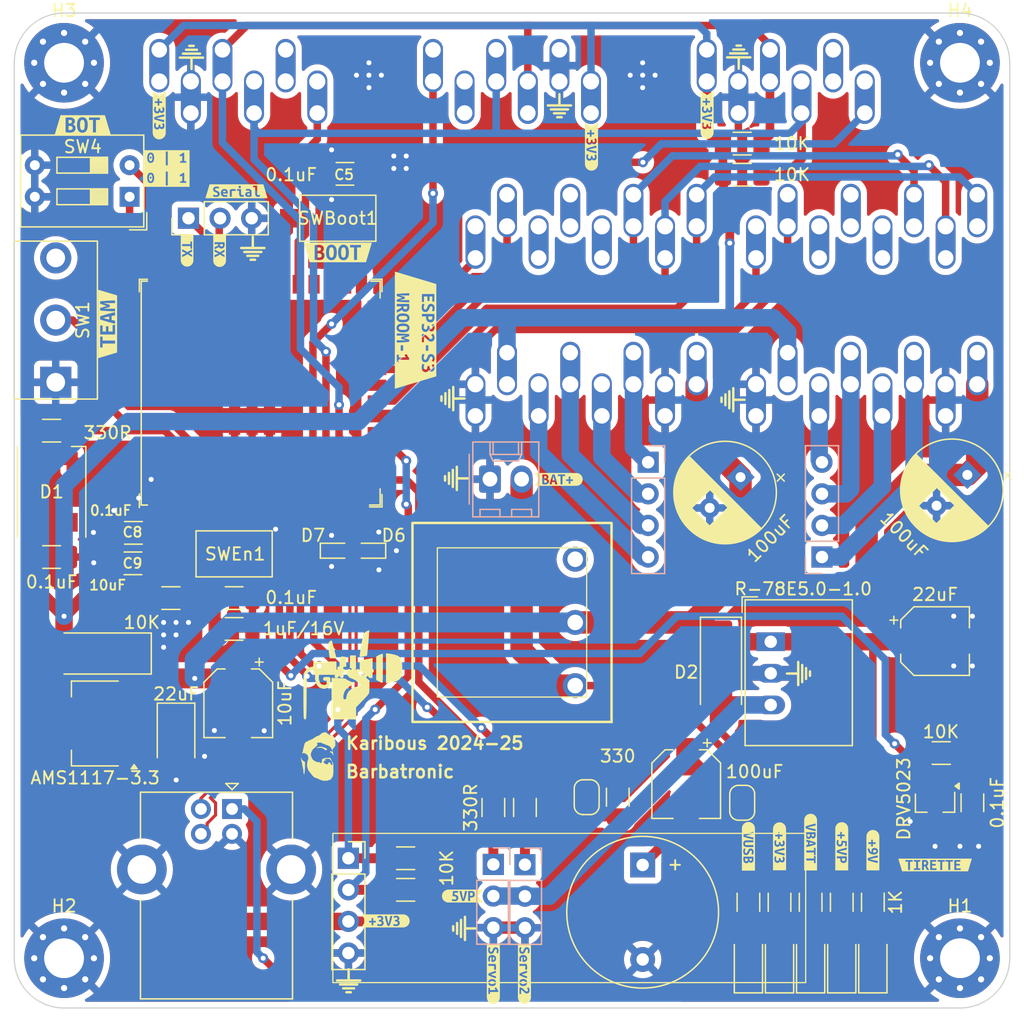
<source format=kicad_pcb>
(kicad_pcb (version 20240108) (generator "pcbnew") (generator_version "8.0")
  (layers (0 "F.Cu" signal "Front") (31 "B.Cu" signal "Back") (34 "B.Paste" user) (35 "F.Paste" user) (36 "B.SilkS" user "B.Silkscreen") (37 "F.SilkS" user "F.Silkscreen") (38 "B.Mask" user) (39 "F.Mask" user) (44 "Edge.Cuts" user))
  (net 0 "")
  (net 1 "GND")
  (net 2 "Net-(J7-Pin_1)")
  (net 3 "+5VP")
  (net 4 "+3.3V")
  (net 5 "Net-(J7-Pin_2)")
  (net 6 "Net-(J7-Pin_3)")
  (net 7 "Net-(J7-Pin_4)")
  (net 8 "Net-(J8-Pin_1)")
  (net 9 "Net-(J8-Pin_2)")
  (net 10 "Net-(J8-Pin_3)")
  (net 11 "Net-(J8-Pin_4)")
  (net 15 "Net-(J2-VBUS)")
  (net 23 "Net-(D1-DIN)")
  (net 24 "Net-(D3-A)")
  (net 25 "Net-(D4-A)")
  (net 26 "BotNum02")
  (net 27 "BotNum01")
  (net 28 "Tirette")
  (net 29 "Net-(D5-A)")
  (net 30 "Chip_PU")
  (net 31 "Boot_Mode")
  (net 32 "LED_Status")
  (net 33 "Net-(J4-Pin_1)")
  (net 35 "Color_Team")
  (net 36 "SCL")
  (net 37 "SDA")
  (net 39 "XSHUT_RIGHT")
  (net 41 "XSHUT_LEFT")
  (net 42 "/TX")
  (net 43 "/RX")
  (net 49 "LeftDir")
  (net 50 "LeftStep")
  (net 51 "LeftMS2")
  (net 52 "LeftMS1")
  (net 53 "EnDriver")
  (net 54 "RightDir")
  (net 55 "RightStep")
  (net 56 "+BATT")
  (net 57 "Net-(D8-A)")
  (net 58 "/D+")
  (net 59 "/D-")
  (net 62 "Net-(J6-Pin_1)")
  (net 63 "Servo01")
  (net 64 "Servo02")
  (net 70 "XSHUT_CENTER")
  (net 74 "+9V")
  (net 75 "Net-(D10-A)")
  (net 76 "Buzzer")
  (net 77 "Net-(BZ2-+)")
  (net 78 "Net-(JP1-B)")
  (footprint "MountingHole:MountingHole_3.2mm_M3_Pad_Via" (layer "F.Cu") (at 84 141)
    (property "Reference" "H2")
    (property "Value" "MountingHole")
  )
  (footprint "kibuzzard-670C057C" (layer "F.Cu") (at 92.25 77.5)
    (property "Reference" "kibuzzard-670C057C" (hide yes))
    (property "Value" "G***" (hide yes))
  )
  (footprint "LOGO" (layer "F.Cu") (at 115.25 96 -90)
    (property "Reference" "G***" (hide yes))
    (property "Value" "LOGO" (hide yes))
  )
  (footprint "kibuzzard-670C04A5" (layer "F.Cu") (at 135.677948 73.185492 -90)
    (property "Reference" "kibuzzard-670C04A5" (hide yes))
    (property "Value" "G***" (hide yes))
  )
  (footprint "LOGO" (layer "F.Cu") (at 123.811587 72.457562)
    (property "Reference" "G***" (hide yes))
    (property "Value" "LOGO" (hide yes))
  )
  (footprint "MountingHole:MountingHole_3.2mm_M3_Pad_Via" (layer "F.Cu") (at 156 69)
    (property "Reference" "H4")
    (property "Value" "MountingHole")
  )
  (footprint "kibuzzard-670C04A5" (layer "F.Cu") (at 126.387045 75.732796 -90)
    (property "Reference" "kibuzzard-670C04A5" (hide yes))
    (property "Value" "G***" (hide yes))
  )
  (footprint "kibuzzard-670C04A5" (layer "F.Cu") (at 109.834874 137.998539)
    (property "Reference" "kibuzzard-670C04A5" (hide yes))
    (property "Value" "G***" (hide yes))
  )
  (footprint "MountingHole:MountingHole_3.2mm_M3_Pad_Via" (layer "F.Cu") (at 156 141)
    (property "Reference" "H1")
    (property "Value" "MountingHole")
  )
  (footprint "Capacitor_SMD:CP_Elec_5x5.4" (layer "F.Cu") (at 98 120.5 -90)
    (property "Reference" "C1" (hide yes))
    (property "Value" "10uF")
  )
  (footprint "Resistor_SMD:R_1206_3216Metric_Pad1.30x1.75mm_HandSolder" (layer "F.Cu") (at 139 136.5 90)
    (property "Reference" "R1" (hide yes))
    (property "Value" "1K")
  )
  (footprint "LOGO" (layer "F.Cu") (at 115.537813 102.416585 -90)
    (property "Reference" "G***" (hide yes))
    (property "Value" "LOGO" (hide yes))
  )
  (footprint "Capacitor_SMD:C_1206_3216Metric_Pad1.33x1.80mm_HandSolder" (layer "F.Cu") (at 89.538 109.248 180)
    (property "Reference" "C9")
    (property "Value" "10uF")
  )
  (footprint "kibuzzard-670C047F" (layer "F.Cu") (at 123.75 102.5)
    (property "Reference" "kibuzzard-670C047F" (hide yes))
    (property "Value" "G***" (hide yes))
  )
  (footprint "Resistor_SMD:R_1206_3216Metric_Pad1.30x1.75mm_HandSolder" (layer "F.Cu") (at 128.5 128.050001 -90)
    (property "Reference" "R14" (hide yes))
    (property "Value" "330")
  )
  (footprint "Connector_PinHeader_2.54mm:PinHeader_1x03_P2.54mm_Vertical" (layer "F.Cu") (at 94 81.5 90)
    (property "Reference" "J10" (hide yes))
    (property "Value" "Serial" (hide yes))
  )
  (footprint "Capacitor_SMD:CP_Elec_5x5.4" (layer "F.Cu") (at 154 115.5)
    (property "Reference" "C11")
    (property "Value" "22uF")
  )
  (footprint "Jumper:SolderJumper-2_P1.3mm_Open_RoundedPad1.0x1.5mm" (layer "F.Cu") (at 138.5 128.5 90)
    (property "Reference" "JP1" (hide yes))
    (property "Value" "SolderJumper_2_Open")
  )
  (footprint "Converter_DCDC:Converter_DCDC_RECOM_R-78E-0.5_THT" (layer "F.Cu") (at 140.7925 115.553 -90)
    (property "Reference" "U5" (hide yes))
    (property "Value" "R-78E5.0-1.0")
  )
  (footprint "Resistor_SMD:R_1206_3216Metric_Pad1.30x1.75mm_HandSolder" (layer "F.Cu") (at 144 136.5 90)
    (property "Reference" "R9" (hide yes))
    (property "Value" "1K")
  )
  (footprint "Package_TO_SOT_SMD:SOT-23_Handsoldering" (layer "F.Cu") (at 154 128.5 -90)
    (property "Reference" "U6" (hide yes))
    (property "Value" "DRV5023")
  )
  (footprint "Diode_SMD:D_SOD-523" (layer "F.Cu") (at 105.856 108.232)
    (property "Reference" "D7")
    (property "Value" "D_TVS_Bidirectional_Generic")
  )
  (footprint "kibuzzard-670C0436" (layer "F.Cu") (at 118.5 142.25 -90)
    (property "Reference" "kibuzzard-670C0436" (hide yes))
    (property "Value" "G***" (hide yes))
  )
  (footprint "Capacitor_THT:CP_Radial_D8.0mm_P3.50mm" (layer "F.Cu") (at 138.363463 102.316497 -135)
    (property "Reference" "C7" (hide yes))
    (property "Value" "100uF")
  )
  (footprint "Capacitor_SMD:C_1206_3216Metric_Pad1.33x1.80mm_HandSolder" (layer "F.Cu") (at 157 128.5 -90)
    (property "Reference" "C13" (hide yes))
    (property "Value" "0.1uF")
  )
  (footprint "Button_Switch_SMD:SW_SPST_CK_RS282G05A3" (layer "F.Cu") (at 106 81.5)
    (property "Reference" "SWBoot1")
    (property "Value" "SW_Boot")
  )
  (footprint "Jumper:SolderJumper-2_P1.3mm_Open_RoundedPad1.0x1.5mm" (layer "F.Cu") (at 126 128.050001 90)
    (property "Reference" "JP2" (hide yes))
    (property "Value" "SolderJumper_2_Open")
  )
  (footprint "LED_SMD:LED_1206_3216Metric" (layer "F.Cu") (at 149 141.5 90)
    (property "Reference" "D4" (hide yes))
    (property "Value" "Red")
  )
  (footprint "Resistor_SMD:R_1206_3216Metric_Pad1.30x1.75mm_HandSolder" (layer "F.Cu") (at 149 136.5 90)
    (property "Reference" "R2" (hide yes))
    (property "Value" "1K")
  )
  (footprint "Diode_SMD:D_SOD-523" (layer "F.Cu") (at 108.588 108.232 180)
    (property "Reference" "D6")
    (property "Value" "D_TVS_Bidirectional_Generic")
  )
  (footprint "kibuzzard-670C04A5" (layer "F.Cu") (at 91.647772 73.217502 -90)
    (property "Reference" "kibuzzard-670C04A5" (hide yes))
    (property "Value" "G***" (hide yes))
  )
  (footprint "LOGO" (layer "F.Cu") (at 106.869524 142.816697)
    (property "Reference" "G***" (hide yes))
    (property "Value" "LOGO" (hide yes))
  )
  (footprint "Connector_PinSocket_2.54mm:PinSocket_1x04_P2.54mm_Vertical" (layer "F.Cu") (at 106.851998 132.96)
    (property "Reference" "J13" (hide yes))
    (property "Value" "OLED" (hide yes))
  )
  (footprint "Button_Switch_SMD:SW_SPST_CK_RS282G05A3" (layer "F.Cu") (at 97.666 108.486 180)
    (property "Reference" "SWEn1")
    (property "Value" "SW_EN")
  )
  (footprint "Resistor_SMD:R_1206_3216Metric_Pad1.30x1.75mm_HandSolder" (layer "F.Cu") (at 138.5 78)
    (property "Reference" "R11" (hide yes))
    (property "Value" "10K")
  )
  (footprint "kibuzzard-670C0614" (layer "F.Cu") (at 146.5 132 -90)
    (property "Reference" "kibuzzard-670C0614" (hide yes))
    (property "Value" "G***" (hide yes))
  )
  (footprint "PCM_Espressif:ESP32-S3-WROOM-1U" (layer "F.Cu") (at 99.65 95.56 90)
    (property "Reference" "U1" (hide yes))
    (property "Value" "ESP32-S3-WROOM-1")
  )
  (footprint "Buzzer_Beeper:Buzzer_12x9.5RM7.6" (layer "F.Cu") (at 130.5 133.5 -90)
    (property "Reference" "BZ2" (hide yes))
    (property "Value" "Buzzer")
  )
  (footprint "Capacitor_Tantalum_SMD:CP_EIA-3528-12_Kemet-T_Pad1.50x2.35mm_HandSolder" (layer "F.Cu") (at 93 123.125001 -90)
    (property "Reference" "C2" (hide yes))
    (property "Value" "22uF")
  )
  (footprint "PAMI-2025:UB16SKW03N-C" (layer "F.Cu") (at 120 114)
    (property "Reference" "SW3" (hide yes))
    (property "Value" "SW_SPDT")
  )
  (footprint "Capacitor_SMD:C_1206_3216Metric" (layer "F.Cu") (at 97.666 112.042)
    (property "Reference" "C4" (hide yes))
    (property "Value" "0.1uF")
  )
  (footprint "kibuzzard-670C04EF" (layer "F.Cu") (at 106 84.25)
    (property "Reference" "kibuzzard-670C04EF" (hide yes))
    (property "Value" "G***" (hide yes))
  )
  (footprint "LOGO" (layer "F.Cu") (at 138.221433 68.537083 180)
    (property "Reference" "G***" (hide yes))
    (property "Value" "LOGO" (hide yes))
  )
  (footprint "LOGO" (layer "F.Cu") (at 104.396 124.7808)
    (property "Reference" "G***" (hide yes))
    (property "Value" "LOGO" (hide yes))
  )
  (footprint "kibuzzard-670C07A3" (layer "F.Cu") (at 93.88805 84.083901 -90)
    (property "Reference" "kibuzzard-670C07A3" (hide yes))
    (property "Value" "G***" (hide yes))
  )
  (footprint "Button_Switch_THT:SW_DIP_SPSTx02_Slide_9.78x7.26mm_W7.62mm_P2.54mm" (layer "F.Cu") (at 89.2675 79.775 180)
    (property "Reference" "SW4")
    (property "Value" "SW_DIP_x02")
  )
  (footprint "Capacitor_THT:CP_Radial_D8.0mm_P3.50mm" (layer "F.Cu") (at 156.594 102.136 -135)
    (property "Reference" "C6" (hide yes))
    (property "Value" "100uF")
  )
  (footprint "PAMI-2025:Step-Stick Driver Bottom Entry Version" (layer "F.Cu") (at 125.949999 88.5 -90)
    (property "Reference" "U4" (hide yes))
    (property "Value" "TMC2208_SILENTSTEPSTICK")
  )
  (footprint "LED_SMD:LED_1206_3216Metric" (layer "F.Cu") (at 144 141.5 90)
    (property "Reference" "D8" (hide yes))
    (property "Value" "Red")
  )
  (footprint "Diode_SMD:D_SMA_Handsoldering" (layer "F.Cu") (at 136.7925 118.093 -90)
    (property "Reference" "D2")
    (property "Value" "D_Small")
  )
  (footprint "LED_SMD:LED_1206_3216Metric" (layer "F.Cu") (at 141.5 141.5 90)
    (property "Reference" "D5" (hide yes))
    (property "Value" "Green")
  )
  (footprint "Resistor_SMD:R_1206_3216Metric_Pad1.30x1.75mm_HandSolder" (layer "F.Cu") (at 138.5 75.5)
    (property "Reference" "R10" (hide yes))
    (property "Value" "10K")
  )
  (footprint "kibuzzard-670C0798" (layer "F.Cu") (at 96.501703 84.125608 -90)
    (property "Reference" "kibuzzard-670C0798" (hide yes))
    (property "Value" "G***" (hide yes))
  )
  (footprint "kibuzzard-670C0624" (layer "F.Cu") (at 139 132 -90)
    (property "Reference" "kibuzzard-670C0624" (hide yes))
    (property "Value" "G***" (hide yes))
  )
  (footprint "Resistor_SMD:R_1206_3216Metric_Pad1.30x1.75mm_HandSolder" (layer "F.Cu") (at 141.5 136.5 90)
    (property "Reference" "R4" (hide yes))
    (property "Value" "1K")
  )
  (footprint "LOGO" (layer "F.Cu") (at 116.191089 138.604268 -90)
    (property "Reference" "G***" (hide yes))
    (property "Value" "LOGO" (hide yes))
  )
  (footprint "Capacitor_SMD:C_1206_3216Metric" (layer "F.Cu") (at 106.575001 77.93 180)
    (property "Reference" "C5")
    (property "Value" "0.1uF")
  )
  (footprint "Resistor_SMD:R_1206_3216Metric_Pad1.30x1.75mm_HandSolder" (layer "F.Cu") (at 121.04 128.876999 -90)
    (property "Reference" "R12" (hide yes))
    (property "Value" "330R")
  )
  (footprint "kibuzzard-670C07E1" (layer "F.Cu") (at 112.25 90.5 -90)
    (property "Reference" "kibuzzard-670C07E1" (hide yes))
    (property "Value" "G***" (hide yes))
  )
  (footprint "LOGO" (layer "F.Cu") (at 99.169505 83.919019)
    (property "Reference" "G***" (hide yes))
    (property "Value" "LOGO" (hide yes))
  )
  (footprint "Resistor_SMD:R_1206_3216Metric_Pad1.30x1.75mm_HandSolder" (layer "F.Cu") (at 154.5 124.5)
    (property "Reference" "R15" (hide yes))
    (property "Value" "10K")
  )
  (footprint "LOGO" (layer "F.Cu") (at 94.241164 68.557937 180)
    (property "Reference" "G***" (hide yes))
    (property "Value" "LOGO" (hide yes))
  )
  (footprint "kibuzzard-670C060B" (layer "F.Cu") (at 149.001946 132.31037 -90)
    (property "Reference" "kibuzzard-670C060B" (hide yes))
    (property "Value" "G***" (hide yes))
  )
  (footprint "Resistor_SMD:R_1206_3216Metric_Pad1.30x1.75mm_HandSolder" (layer "F.Cu") (at 146.5 136.5 90)
    (property "Reference" "R13" (hide yes))
    (property "Value" "1K")
  )
  (footprint "kibuzzard-670C077D" (layer "F.Cu") (at 97.855728 79.331224)
    (property "Reference" "kibuzzard-670C077D" (hide yes))
    (property "Value" "G***" (hide yes))
  )
  (footprint "kibuzzard-670C058F" (layer "F.Cu") (at 85.5 74)
    (property "Reference" "kibuzzard-670C058F" (hide yes))
    (property "Value" "G***" (hide yes))
  )
  (footprint "Resistor_SMD:R_1206_3216Metric_Pad1.30x1.75mm_HandSolder" (layer "F.Cu") (at 111.449999 135.5 180)
    (property "Reference" "R7" (hide yes))
    (property "Value" "10K")
  )
  (footprint "kibuzzard-670C0418" (layer "F.Cu") (at 121 142.25 -90)
    (property "Reference" "kibuzzard-670C0418" (hide yes))
    (property "Value" "G***" (hide yes))
  )
  (footprint "Package_TO_SOT_SMD:SOT-223-3_TabPin2" (layer "F.Cu") (at 86.5 122.125001 180)
    (property "Reference" "U2" (hide yes))
    (property "Value" "AMS1117-3.3")
  )
  (footprint "Capacitor_SMD:C_1206_3216Metric_Pad1.33x1.80mm_HandSolder" (layer "F.Cu") (at 89.572664 106.797158 180)
    (property "Reference" "C8")
    (property "Value" "0.1uF")
  )
  (footprint "Capacitor_SMD:CP_Elec_5x5.4" (layer "F.Cu") (at 134 127 -90)
    (property "Reference" "C12" (hide yes))
    (property "Value" "100uF")
  )
  (footprint "Resistor_SMD:R_1206_3216Metric_Pad1.30x1.75mm_HandSolder" (layer "F.Cu") (at 118.5 128.876999 -90)
    (property "Reference" "R6" (hide yes))
    (property "Value" "330R")
  )
  (footprint "LED_SMD:LED_WS2812B_PLCC4_5.0x5.0mm_P3.2mm" (layer "F.Cu") (at 83 103.5 90)
    (property "Reference" "D1")
    (property "Value" "WS2812B")
  )
  (footprint "Capacitor_SMD:C_1206_3216Metric" (layer "F.Cu") (at 83 108.74 180)
    (property "Reference" "C10")
    (property "Value" "0.1uF")
  )
  (footprint "Connector_USB:USB_B_Lumberg_2411_02_Horizontal" (layer "F.Cu") (at 97.5 129 -90)
    (property "Reference" "J2" (hide yes))
    (property "Value" "USB_B")
  )
  (footprint "LOGO" (layer "F.Cu") (at 106.5 118.5)
    (property "Reference" "G***")
    (property "Value" "LOGO" (hide yes))
  )
  (footprint "LOGO" (layer "F.Cu") (at 143.027804 118.110489 90)
    (property "Reference" "G***" (hide yes))
    (property "Value" "LOGO" (hide yes))
  )
  (footprint "Resistor_SMD:R_1206_3216Metric_Pad1.30x1.75mm_HandSolder" (layer "F.Cu") (at 83 98.58)
    (property "Reference" "R3" (hide yes))
    (property "Value" "330R")
  )
  (footprint "Diode_SMD:D_SMA_Handsoldering" (layer "F.Cu") (at 86.5 116.5 180)
    (property "Reference" "D9" (hide yes))
    (property "Value" "D_Small")
  )
  (footprint "Resistor_SMD:R_1206_3216Metric_Pad1.30x1.75mm_HandSolder" (layer "F.Cu") (at 92.586 112.042)
    (property "Reference" "R5" (hide yes))
    (property "Value" "10K")
  )
  (footprint "PAMI-2025:Step-Stick Driver Bottom Entry Version" (layer "F.Cu") (at 148.5 88.5 -90)
    (property "Reference" "U3" (hide yes))
    (property "Value" "TMC2208_SILENTSTEPSTICK")
  )
  (footprint "kibuzzard-670C0507" (layer "F.Cu") (at 87.5 90 90)
    (property "Reference" "kibuzzard-670C0507" (hide yes))
    (property "Value" "G***" (hide yes))
  )
  (footprint "LED_SMD:LED_1206_3216Metric" (layer "F.Cu") (at 139 141.5 90)
    (property "Reference" "D3" (hide yes))
    (property "Value" "Blue")
  )
  (footprint "kibuzzard-670C045B" (layer "F.Cu") (at 116 136)
    (property "Reference" "kibuzzard-670C045B" (hide yes))
    (property "Value" "G***" (hide yes))
  )
  (footprint "footprints:SK-12D10 1P2T" (layer "F.Cu") (at 83.33 89.69 90)
    (property "Reference" "SW1")
    (property "Value" "SW_SPDT")
  )
  (footprint "kibuzzard-670C05E9" (layer "F.Cu") (at 141.5 132 -90)
    (property "Reference" "kibuzzard-670C05E9" (hide yes))
    (property "Value" "G***" (hide yes))
  )
  (footprint "kibuzzard-670C23C9" (layer "F.Cu") (at 154 133.5)
    (property "Reference" "kibuzzard-670C23C9" (hide yes))
    (property "Value" "G***" (hide yes))
  )
  (footprint "Resistor_SMD:R_1206_3216Metric_Pad1.30x1.75mm_HandSolder" (layer "F.Cu") (at 111.449999 132.959997 180)
    (property "Reference" "R8" (hide yes))
    (property "Value" "10K")
  )
  (footprint "MountingHole:MountingHole_3.2mm_M3_Pad_Via" (layer "F.Cu") (at 84 69)
    (property "Reference" "H3")
    (property "Value" "MountingHole")
  )
  (footprint "kibuzzard-670C061D" (layer "F.Cu") (at 143.997079 131.663908 -90)
    (property "Reference" "kibuzzard-670C061D" (hide yes))
    (property "Value" "G***" (hide yes))
  )
  (footprint "LOGO" (layer "F.Cu") (at 137.756813 96.096274 -90)
    (property "Reference" "G***" (hide yes))
    (property "Value" "LOGO" (hide yes))
  )
  (footprint "LED_SMD:LED_1206_3216Metric" (layer "F.Cu") (at 146.5 141.5 90)
    (property "Reference" "D10" (hide yes))
    (property "Value" "Green")
  )
  (footprint "Capacitor_SMD:C_1206_3216Metric" (layer "F.Cu") (at 97.66128 114.522075)
    (property "Reference" "C3" (hide yes))
    (property "Value" "1uF/16V")
  )
  (footprint "PAMI-2025:VL53 Bottom Entry Version" (layer "B.Cu") (at 120 70.5 90)
    (property "Reference" "J1" (hide yes))
    (property "Value" "Sensor_Center")
  )
  (footprint "PAMI-2025:VL53 Bottom Entry Version" (layer "B.Cu") (at 98 70.5 -90)
    (property "Reference" "J5" (hide yes))
    (property "Value" "Sensor_LEFT")
  )
  (footprint "Connector_PinHeader_2.54mm:PinHeader_1x03_P2.54mm_Vertical" (layer "B.Cu") (at 121.04 133.475 180)
    (property "Reference" "J6" (hide yes))
    (property "Value" "Servo")
  )
  (footprint "Connector_PinHeader_2.54mm:PinHeader_1x03_P2.54mm_Vertical" (layer "B.Cu") (at 118.5 133.46 180)
    (property "Reference" "J4" (hide yes))
    (property "Value" "Servo")
  )
  (footprint "Connector_Molex:Molex_KK-254_AE-6410-02A_1x02_P2.54mm_Vertical" (layer "B.Cu") (at 118.23 102.48)
    (property "Reference" "J11" (hide yes))
    (property "Value" "Con_Batt")
  )
  (footprint "Connector_PinHeader_2.54mm:PinHeader_1x04_P2.54mm_Vertical" (layer "B.Cu") (at 130.94 101.12 180)
    (property "Reference" "J7" (hide yes))
    (property "Value" "LeftMotor")
  )
  (footprint "PAMI-2025:VL53 Bottom Entry Version" (layer "B.Cu") (at 142 70.5 -90)
    (property "Reference" "J3" (hide yes))
    (property "Value" "Sensor_RIGHT")
  )
  (footprint "Connector_PinHeader_2.54mm:PinHeader_1x04_P2.54mm_Vertical" (layer "B.Cu") (at 144.91 108.739999)
    (property "Reference" "J8" (hide yes))
    (property "Value" "RightMotor")
  )
  (gr_arc (start 84 145) (mid 81.171573 143.828427) (end 80 141) (stroke (width 0.1)) (layer "Edge.Cuts"))
  (gr_arc (start 156 65) (mid 158.828427 66.171573) (end 160 69) (stroke (width 0.1)) (layer "Edge.Cuts"))
  (gr_arc (start 80 69) (mid 81.171573 66.171573) (end 84 65) (stroke (width 0.1)) (layer "Edge.Cuts"))
  (gr_line (start 160 69) (end 160 141) (stroke (width 0.1)) (layer "Edge.Cuts"))
  (gr_line (start 84 65) (end 156 65) (stroke (width 0.1)) (layer "Edge.Cuts"))
  (gr_line (start 156 145) (end 84 145) (stroke (width 0.1)) (layer "Edge.Cuts"))
  (gr_line (start 80 141) (end 80 69) (stroke (width 0.1)) (layer "Edge.Cuts"))
  (gr_arc (start 160 141) (mid 158.828427 143.828427) (end 156 145) (stroke (width 0.1)) (layer "Edge.Cuts"))
  (gr_text "Karibous 2024-25" (at 113.794 123.714 0) (layer "F.SilkS") (effects (font (size 1 1) (thickness 0.2))))
  (gr_text "Barbatronic" (at 111 126 0) (layer "F.SilkS") (effects (font (size 1 1) (thickness 0.2))))
  (segment (start 105.1 77.93) (end 105.1 79.6) (width 0.6) (layer "F.Cu") (net 1))
  (segment (start 156.2 114.3) (end 157 113.5) (width 0.5) (layer "F.Cu") (net 1))
  (segment (start 101.565999 108.486) (end 101.565999 107.065999) (width 0.6) (layer "F.Cu") (net 1))
  (segment (start 93 124.750002) (end 95.278293 124.750002) (width 1) (layer "F.Cu") (net 1))
  (segment (start 105.156 108.232) (end 105.156 109.156) (width 0.6) (layer "F.Cu") (net 1))
  (segment (start 156.2 116.8) (end 155.5 117.5) (width 0.5) (layer "F.Cu") (net 1))
  (segment (start 87.9755 109.248) (end 86.430578 109.248) (width 0.6) (layer "F.Cu") (net 1))
  (segment (start 105.1 79.6) (end 105.5 80) (width 0.6) (layer "F.Cu") (net 1))
  (segment (start 98 122.7) (end 96.091838 122.7) (width 1) (layer "F.Cu") (net 1))
  (segment (start 105.1 76.4) (end 105.5 76) (width 0.6) (layer "F.Cu") (net 1))
  (segment (start 91.39 102.89) (end 91 102.5) (width 0.6) (layer "F.Cu") (net 1))
  (segment (start 157 130.0625) (end 157 131) (width 0.5) (layer "F.Cu") (net 1))
  (segment (start 157 130.0625) (end 157 131.5) (width 0.5) (layer "F.Cu") (net 1))
  (segment (start 156.2 114.2) (end 155.5 113.5) (width 0.5) (layer "F.Cu") (net 1))
  (segment (start 98 122.7) (end 100.074878 122.7) (width 1) (layer "F.Cu") (net 1))
  (segment (start 109.288 106.738069) (end 109.292087 106.733982) (width 0.6) (layer "F.Cu") (net 1))
  (segment (start 88.010164 106.797158) (end 88.010164 105.010164) (width 0.6) (layer "F.Cu") (net 1))
  (segment (start 91.39 104.31) (end 90.31 104.31) (width 0.6) (layer "F.Cu") (net 1))
  (segment (start 90.31 104.31) (end 90 104) (width 0.6) (layer "F.Cu") (net 1))
  (segment (start 86.430578 109.248) (end 86.385258 109.20268) (width 0.6) (layer "F.Cu") (net 1))
  (segment (start 110.707598 108.232) (end 110.710849 108.228749) (width 0.6) (layer "F.Cu") (net 1))
  (segment (start 154 130) (end 154 132) (width 0.5) (layer "F.Cu") (net 1))
  (segment (start 156.2 115.5) (end 156.2 114.2) (width 0.5) (layer "F.Cu") (net 1))
  (segment (start 105.156 108.232) (end 105.156 107.344) (width 0.6) (layer "F.Cu") (net 1))
  (segment (start 96.091838 122.7) (end 96.07952 122.687682) (width 1) (layer "F.Cu") (net 1))
  (segment (start 156.2 116.7) (end 157 117.5) (width 0.5) (layer "F.Cu") (net 1))
  (segment (start 121.025 138.539999) (end 121.04 138.554999) (width 1) (layer "F.Cu") (net 1))
  (segment (start 109.288 108.232) (end 110.707598 108.232) (width 0.6) (layer "F.Cu") (net 1))
  (segment (start 88.010164 106.797158) (end 86.393817 106.797158) (width 0.6) (layer "F.Cu") (net 1))
  (segment (start 109.288 109.757433) (end 109.304754 109.774187) (width 0.6) (layer "F.Cu") (net 1))
  (segment (start 88.010164 105.010164) (end 88 105) (width 0.6) (layer "F.Cu") (net 1))
  (segment (start 93 126.656334) (end 93.011955 126.668289) (width 1) (layer "F.Cu") (net 1))
  (segment (start 157 131) (end 156 132) (width 0.5) (layer "F.Cu") (net 1))
  (segment (start 156.2 115.5) (end 156.2 116.8) (width 0.5) (layer "F.Cu") (net 1))
  (segment (start 109.288 108.232) (end 109.288 106.738069) (width 0.6) (layer "F.Cu") (net 1))
  (segment (start 95.278293 124.750002) (end 95.29195 124.763659) (width 1) (layer "F.Cu") (net 1))
  (segment (start 154 130) (end 152 130) (width 0.5) (layer "F.Cu") (net 1))
  (segment (start 157 131.5) (end 157.5 132) (width 0.5) (layer "F.Cu") (net 1))
  (segment (start 100.074878 122.7) (end 100.083414 122.708536) (width 1) (layer "F.Cu") (net 1))
  (segment (start 93 124.750002) (end 93 126.656334) (width 1) (layer "F.Cu") (net 1))
  (segment (start 105.156 107.344) (end 105.5 107) (width 0.6) (layer "F.Cu") (net 1))
  (segment (start 91.39 104.31) (end 91.39 102.89) (width 0.6) (layer "F.Cu") (net 1))
  (segment (start 86.393817 106.797158) (end 86.361667 106.765008) (width 0.6) (layer "F.Cu") (net 1))
  (segment (start 105.156 109.156) (end 105.5 109.5) (width 0.6) (layer "F.Cu") (net 1))
  (segment (start 156.2 115.5) (end 156.2 116.7) (width 0.5) (layer "F.Cu") (net 1))
  (segment (start 105.1 77.93) (end 105.1 76.4) (width 0.6) (layer "F.Cu") (net 1))
  (segment (start 109.288 108.232) (end 109.288 109.757433) (width 0.6) (layer "F.Cu") (net 1))
  (segment (start 118.5 138.539999) (end 121.025 138.539999) (width 1) (layer "F.Cu") (net 1))
  (segment (start 101.565999 107.065999) (end 101 106.5) (width 0.6) (layer "F.Cu") (net 1))
  (segment (start 156.2 115.5) (end 156.2 114.3) (width 0.5) (layer "F.Cu") (net 1))
  (via (at 94 114) (size 0.8) (drill 0.4) (layers "F.Cu" "B.Cu") (net 1))
  (via (at 86.385258 109.20268) (size 0.8) (drill 0.4) (layers "F.Cu" "B.Cu") (net 1))
  (via (at 92 114) (size 0.8) (drill 0.4) (layers "F.Cu" "B.Cu") (net 1))
  (via (at 154 132) (size 0.8) (drill 0.4) (layers "F.Cu" "B.Cu") (net 1))
  (via (at 105.5 107) (size 0.8) (drill 0.4) (layers "F.Cu" "B.Cu") (net 1))
  (via (at 91 102.5) (size 0.8) (drill 0.4) (layers "F.Cu" "B.Cu") (net 1))
  (via (at 130.5 71) (size 0.8) (drill 0.4) (layers "F.Cu" "B.Cu") (net 1))
  (via (at 88 105) (size 0.8) (drill 0.4) (layers "F.Cu" "B.Cu") (net 1))
  (via (at 107.5 70) (size 0.8) (drill 0.4) (layers "F.Cu" "B.Cu") (net 1))
  (via (at 155.5 113.5) (size 0.8) (drill 0.4) (layers "F.Cu" "B.Cu") (net 1))
  (via (at 110.5 76.5) (size 0.8) (drill 0.4) (layers "F.Cu" "B.Cu") (net 1))
  (via (at 109.292087 106.733982) (size 0.8) (drill 0.4) (layers "F.Cu" "B.Cu") (net 1))
  (via (at 90 104) (size 0.8) (drill 0.4) (layers "F.Cu" "B.Cu") (net 1))
  (via (at 111.5 76.5) (size 0.8) (drill 0.4) (layers "F.Cu" "B.Cu") (net 1))
  (via (at 131.5 70) (size 0.8) (drill 0.4) (layers "F.Cu" "B.Cu") (net 1))
  (via (at 93 115) (size 0.8) (drill 0.4) (layers "F.Cu" "B.Cu") (net 1))
  (via (at 129.5 70) (size 0.8) (drill 0.4) (layers "F.Cu" "B.Cu") (net 1))
  (via (at 86.361667 106.765008) (size 0.8) (drill 0.4) (layers "F.Cu" "B.Cu") (net 1))
  (via (at 105.5 76) (size 0.8) (drill 0.4) (layers "F.Cu" "B.Cu") (net 1))
  (via (at 100.083414 122.708536) (size 0.8) (drill 0.4) (layers "F.Cu" "B.Cu") (net 1))
  (via (at 95.29195 124.763659) (size 0.8) (drill 0.4) (layers "F.Cu" "B.Cu") (net 1))
  (via (at 110.710849 108.228749) (size 0.8) (drill 0.4) (layers "F.Cu" "B.Cu") (net 1))
  (via (at 110.5 77.5) (size 0.8) (drill 0.4) (layers "F.Cu" "B.Cu") (net 1))
  (via (at 156 132) (size 0.8) (drill 0.4) (layers "F.Cu" "B.Cu") (net 1))
  (via (at 155.5 117.5) (size 0.8) (drill 0.4) (layers "F.Cu" "B.Cu") (net 1))
  (via (at 105.5 80) (size 0.8) (drill 0.4) (layers "F.Cu" "B.Cu") (net 1))
  (via (at 157 113.5) (size 0.8) (drill 0.4) (layers "F.Cu" "B.Cu") (net 1))
  (via (at 152 130) (size 0.8) (drill 0.4) (layers "F.Cu" "B.Cu") (net 1))
  (via (at 130.5 70) (size 0.8) (drill 0.4) (layers "F.Cu" "B.Cu") (net 1))
  (via (at 93.011955 126.668289) (size 0.8) (drill 0.4) (layers "F.Cu" "B.Cu") (net 1))
  (via (at 108.5 69) (size 0.8) (drill 0.4) (layers "F.Cu" "B.Cu") (net 1))
  (via (at 130.5 69) (size 0.8) (drill 0.4) (layers "F.Cu" "B.Cu") (net 1))
  (via (at 92 116) (size 0.8) (drill 0.4) (layers "F.Cu" "B.Cu") (net 1))
  (via (at 109.5 70) (size 0.8) (drill 0.4) (layers "F.Cu" "B.Cu") (net 1))
  (via (at 93 114) (size 0.8) (drill 0.4) (layers "F.Cu" "B.Cu") (net 1))
  (via (at 96.07952 122.687682) (size 0.8) (drill 0.4) (layers "F.Cu" "B.Cu") (net 1))
  (via (at 157 117.5) (size 0.8) (drill 0.4) (layers "F.Cu" "B.Cu") (net 1))
  (via (at 108.5 70) (size 0.8) (drill 0.4) (layers "F.Cu" "B.Cu") (net 1))
  (via (at 105.5 109.5) (size 0.8) (drill 0.4) (layers "F.Cu" "B.Cu") (net 1))
  (via (at 92 115) (size 0.8) (drill 0.4) (layers "F.Cu" "B.Cu") (net 1))
  (via (at 108.5 71) (size 0.8) (drill 0.4) (layers "F.Cu" "B.Cu") (net 1))
  (via (at 111.5 77.5) (size 0.8) (drill 0.4) (layers "F.Cu" "B.Cu") (net 1))
  (via (at 157.5 132) (size 0.8) (drill 0.4) (layers "F.Cu" "B.Cu") (net 1))
  (via (at 109.304754 109.774187) (size 0.8) (drill 0.4) (layers "F.Cu" "B.Cu") (net 1))
  (via (at 101 106.5) (size 0.8) (drill 0.4) (layers "F.Cu" "B.Cu") (net 1))
  (segment (start 130.94 101.12) (end 129.759999 99.939999) (width 1.4) (layer "B.Cu") (net 2))
  (segment (start 129.759999 99.939999) (end 129.759999 94.85) (width 1.4) (layer "B.Cu") (net 2))
  (segment (start 136.7925 120.593) (end 136.832499 120.632999) (width 1.4) (layer "F.Cu") (net 3))
  (segment (start 146.5 134.949999) (end 146.5 132.528138) (width 0.6) (layer "F.Cu") (net 3))
  (segment (start 136.7925 122.820638) (end 136.7925 120.593) (width 0.6) (layer "F.Cu") (net 3))
  (segment (start 146.5 132.528138) (end 136.7925 122.820638) (width 0.6) (layer "F.Cu") (net 3))
  (segment (start 136.832499 120.632999) (end 140.7925 120.632999) (width 1.4) (layer "F.Cu") (net 3))
  (segment (start 121.025 136) (end 121.04 136.015) (width 1.4) (layer "B.Cu") (net 3))
  (segment (start 122.985 136.015) (end 121.04 136.015) (width 1.4) (layer "B.Cu") (net 3))
  (segment (start 138.367001 120.632999) (end 122.985 136.015) (width 1.4) (layer "B.Cu") (net 3))
  (segment (start 140.7925 120.632999) (end 138.367001 120.632999) (width 1.4) (layer "B.Cu") (net 3))
  (segment (start 118.5 136) (end 121.025 136) (width 1.4) (layer "B.Cu") (net 3))
  (segment (start 81.524999 107.264112) (end 81.524999 108.74) (width 0.8) (layer "F.Cu") (net 4))
  (segment (start 135.95 139.565076) (end 132.365076 143.15) (width 0.6) (layer "F.Cu") (net 4))
  (segment (start 141.5 135.649999) (end 142 136.149999) (width 0.6) (layer "F.Cu") (net 4))
  (segment (start 84 116.5) (end 84 113.5) (width 1.4) (layer "F.Cu") (net 4))
  (segment (start 135.65 74.65) (end 136.5 75.5) (width 0.7) (layer "F.Cu") (net 4))
  (segment (start 91.1005 111.9775) (end 91.036 112.042) (width 1) (layer "F.Cu") (net 4))
  (segment (start 137.5 81.5) (end 137 81) (width 0.7) (layer "F.Cu") (net 4))
  (segment (start 137 78.050001) (end 136.949999 78) (width 0.7) (layer "F.Cu") (net 4))
  (segment (start 114.65 143.15) (end 113 141.5) (width 0.6) (layer "F.Cu") (net 4))
  (segment (start 157 125.45) (end 157 126.9375) (width 0.5) (layer "F.Cu") (net 4))
  (segment (start 136.5 75.5) (end 136.949999 75.5) (width 0.7) (layer "F.Cu") (net 4))
  (segment (start 89.039999 138.039999) (end 106.851998 138.039999) (width 1.4) (layer "F.Cu") (net 4))
  (segment (start 83.350001 132.350001) (end 89.039999 138.039999) (width 1.4) (layer "F.Cu") (net 4))
  (segment (start 142 136.149999) (end 157.850001 136.149999) (width 0.6) (layer "F.Cu") (net 4))
  (segment (start 141.5 134.949999) (end 140.050001 133.5) (width 0.6) (layer "F.Cu") (net 4))
  (segment (start 113 135.5) (end 113 136.5) (width 0.8) (layer "F.Cu") (net 4))
  (segment (start 81.524999 108.74) (end 81.524999 111.024999) (width 1) (layer "F.Cu") (net 4))
  (segment (start 83.350001 117.149999) (end 84 116.5) (width 1.8) (layer "F.Cu") (net 4))
  (segment (start 92.374999 122.125001) (end 89.649999 122.125001) (width 1.4) (layer "F.Cu") (net 4))
  (segment (start 140.050001 133.5) (end 138.015076 133.5) (width 0.6) (layer "F.Cu") (net 4))
  (segment (start 157.850001 136.149999) (end 159 135) (width 0.6) (layer "F.Cu") (net 4))
  (segment (start 93 121.5) (end 92.374999 122.125001) (width 1.4) (layer "F.Cu") (net 4))
  (segment (start 138.015076 133.5) (end 135.95 135.565076) (width 0.6) (layer "F.Cu") (net 4))
  (segment (start 156.9375 127) (end 157 126.9375) (width 0.5) (layer "F.Cu") (net 4))
  (segment (start 111.460001 138.039999) (end 106.851998 138.039999) (width 0.8) (layer "F.Cu") (net 4))
  (segment (start 85.458 112.042) (end 84 113.5) (width 1) (layer "F.Cu") (net 4))
  (segment (start 83.350001 122.125001) (end 83.350001 117.149999) (width 1.8) (layer "F.Cu") (net 4))
  (segment (start 83.350001 122.125001) (end 83.350001 132.350001) (width 1.4) (layer "F.Cu") (net 4))
  (segment (start 154.95 127) (end 156.9375 127) (width 0.5) (layer "F.Cu") (net 4))
  (segment (start 113 132.959997) (end 113 135.5) (width 1) (layer "F.Cu") (net 4))
  (segment (start 81.35 105.95) (end 81.35 107.089113) (width 0.8) (layer "F.Cu") (net 4))
  (segment (start 91.036 112.042) (end 85.458 112.042) (width 1) (layer "F.Cu") (net 4))
  (segment (start 135.65 70.5) (end 135.65 74.65) (width 0.7) (layer "F.Cu") (net 4))
  (segment (start 91.135164 109.213336) (end 91.1005 109.248) (width 1) (layer "F.Cu") (net 4))
  (segment (start 92.66 105.272322) (end 91.135164 106.797158) (width 0.8) (layer "F.Cu") (net 4))
  (segment (start 91.135164 106.797158) (end 91.135164 109.213336) (width 1) (layer "F.Cu") (net 4))
  (segment (start 137 81) (end 137 78.050001) (width 0.7) (layer "F.Cu") (net 4))
  (segment (start 135.95 135.565076) (end 135.95 139.565076) (width 0.6) (layer "F.Cu") (net 4))
  (segment (start 159 128) (end 157.9375 126.9375) (width 0.6) (layer "F.Cu") (net 4))
  (segment (start 89.649999 122.125001) (end 83.350001 122.125001) (width 1.4) (layer "F.Cu") (net 4))
  (segment (start 137.5 83.5) (end 137.5 81.5) (width 0.7) (layer "F.Cu") (net 4))
  (segment (start 81.35 107.089113) (end 81.524999 107.264112) (width 0.8) (layer "F.Cu") (net 4))
  (segment (start 159 135) (end 159 128) (width 0.6) (layer "F.Cu") (net 4))
  (segment (start 132.365076 143.15) (end 114.65 143.15) (width 0.6) (layer "F.Cu") (net 4))
  (segment (start 92.66 104.31) (end 92.66 105.272322) (width 0.8) (layer "F.Cu") (net 4))
  (segment (start 91.1005 109.248) (end 91.1005 111.9775) (width 1) (layer "F.Cu") (net 4))
  (segment (start 113 136.5) (end 111.460001 138.039999) (width 0.8) (layer "F.Cu") (net 4))
  (segment (start 156.05 124.5) (end 157 125.45) (width 0.5) (layer "F.Cu") (net 4))
  (segment (start 81.524999 111.024999) (end 84 113.5) (width 1) (layer "F.Cu") (net 4))
  (segment (start 157.9375 126.9375) (end 157 126.9375) (width 0.6) (layer "F.Cu") (net 4))
  (segment (start 141.5 134.949999) (end 141.5 135.649999) (width 0.6) (layer "F.Cu") (net 4))
  (segment (start 113 141.5) (end 113 135.5) (width 0.6) (layer "F.Cu") (net 4))
  (segment (start 136.949999 78) (end 136.949999 75.5) (width 0.7) (layer "F.Cu") (net 4))
  (via (at 84 113.5) (size 0.8) (drill 0.4) (layers "F.Cu" "B.Cu") (net 4))
  (via (at 137.5 83.5) (size 0.8) (drill 0.4) (layers "F.Cu" "B.Cu") (net 4))
  (segment (start 126.02 66) (end 126.5 66) (width 0.6) (layer "B.Cu") (net 4))
  (segment (start 137.5 83.5) (end 137.5 89) (width 0.7) (layer "B.Cu") (net 4))
  (segment (start 126.35 66.15) (end 126.35 70.5) (width 0.6) (layer "B.Cu") (net 4))
  (segment (start 91.65 67.96) (end 93.61 66) (width 0.6) (layer "B.Cu") (net 4))
  (segment (start 138 89.5) (end 141 89.5) (width 1.4) (layer "B.Cu") (net 4))
  (segment (start 119.599999 89.599999) (end 119.599999 92.31) (width 1.4) (layer "B.Cu") (net 4))
  (segment (start 142.15 90.65) (end 142.15 92.31) (width 1.4) (layer "B.Cu") (net 4))
  (segment (start 135.65 66.65) (end 135.65 67.96) (width 0.6) (layer "B.Cu") (net 4))
  (segment (start 137.5 89) (end 138 89.5) (width 0.7) (layer "B.Cu") (net 4))
  (segment (start 84 103) (end 89.15 97.85) (width 1.4) (layer "B.Cu") (net 4))
  (segment (start 119.5 89.5) (end 138 89.5) (width 1.4) (layer "B.Cu") (net 4))
  (segment (start 135 66) (end 135.65 66.65) (width 0.6) (layer "B.Cu") (net 4))
  (segment (start 126.5 66) (end 126.35 66.15) (width 0.6) (layer "B.Cu") (net 4))
  (segment (start 107.65 97.85) (end 116 89.5) (width 1.4) (layer "B.Cu") (net 4))
  (segment (start 126.02 66) (end 135 66) (width 0.6) (layer "B.Cu") (net 4))
  (segment (start 89.15 97.85) (end 107.65 97.85) (width 1.4) (layer "B.Cu") (net 4))
  (segment (start 136.425 89.425) (end 136.5 89.5) (width 0.7) (layer "B.Cu") (net 4))
  (segment (start 116 89.5) (end 119.5 89.5) (width 1.4) (layer "B.Cu") (net 4))
  (segment (start 93.61 66) (end 126.02 66) (width 0.6) (layer "B.Cu") (net 4))
  (segment (start 141 89.5) (end 142.15 90.65) (width 1.4) (layer "B.Cu") (net 4))
  (segment (start 84 113.5) (end 84 103) (width 1.4) (layer "B.Cu") (net 4))
  (segment (start 119.5 89.5) (end 119.599999 89.599999) (width 1.4) (layer "B.Cu") (net 4))
  (segment (start 130.16 103.66) (end 127.219999 100.719999) (width 1.4) (layer "B.Cu") (net 5))
  (segment (start 130.94 103.66) (end 130.16 103.66) (width 1.4) (layer "B.Cu") (net 5))
  (segment (start 127.219999 100.719999) (end 127.219999 97.463) (width 1.4) (layer "B.Cu") (net 5))
  (segment (start 130.366547 106.199999) (end 124.679998 100.51345) (width 1.4) (layer "B.Cu") (net 6))
  (segment (start 124.679998 100.51345) (end 124.679998 94.923) (width 1.4) (layer "B.Cu") (net 6))
  (segment (start 130.94 106.199999) (end 130.366547 106.199999) (width 1.4) (layer "B.Cu") (net 6))
  (segment (start 122.139999 100.306903) (end 122.139999 97.463) (width 1.4) (layer "B.Cu") (net 7))
  (segment (start 130.94 108.74) (end 130.573096 108.74) (width 1.4) (layer "B.Cu") (net 7))
  (segment (start 130.573096 108.74) (end 122.139999 100.306903) (width 1.4) (layer "B.Cu") (net 7))
  (segment (start 152.31 102.856904) (end 152.31 92.31) (width 1.4) (layer "B.Cu") (net 8))
  (segment (start 146.426905 108.739999) (end 152.31 102.856904) (width 1.4) (layer "B.Cu") (net 8))
  (segment (start 144.91 108.739999) (end 146.426905 108.739999) (width 1.4) (layer "B.Cu") (net 8))
  (segment (start 146.633453 106.199999) (end 149.77 103.063452) (width 1.4) (layer "B.Cu") (net 9))
  (segment (start 144.91 106.199999) (end 146.633453 106.199999) (width 1.4) (layer "B.Cu") (net 9))
  (segment (start 149.77 103.063452) (end 149.77 97.39) (width 1.4) (layer "B.Cu") (net 9))
  (segment (start 147.229999 103.270001) (end 147.229999 94.85) (width 1.4) (layer "B.Cu") (net 10))
  (segment (start 146.84 103.66) (end 147.229999 103.270001) (width 1.4) (layer "B.Cu") (net 10))
  (segment (start 144.91 103.66) (end 146.84 103.66) (width 1.4) (layer "B.Cu") (net 10))
  (segment (start 144.69 100.899999) (end 144.69 97.39) (width 1.4) (layer "B.Cu") (net 11))
  (segment (start 144.91 101.119999) (end 144.69 100.899999) (width 1.4) (layer "B.Cu") (net 11))
  (segment (start 136.800001 139.917157) (end 132.717158 144) (width 0.6) (layer "F.Cu") (net 15))
  (segment (start 103 144) (end 100 141) (width 0.6) (layer "F.Cu") (net 15))
  (segment (start 139 134.949999) (end 137.767159 134.949999) (width 0.6) (layer "F.Cu") (net 15))
  (segment (start 132.717158 144) (end 103 144) (width 0.6) (layer "F.Cu") (net 15))
  (segment (start 137.767159 134.949999) (end 136.800001 135.917157) (width 0.6) (layer "F.Cu") (net 15))
  (segment (start 136.800001 135.917157) (end 136.800001 139.917157) (width 0.6) (layer "F.Cu") (net 15))
  (via (at 100 141) (size 0.8) (drill 0.4) (layers "F.Cu" "B.Cu") (net 15))
  (segment (start 100 141) (end 99.5 140.5) (width 0.6) (layer "B.Cu") (net 15))
  (segment (start 99.5 130) (end 98.5 129) (width 0.6) (layer "B.Cu") (net 15))
  (segment (start 99.5 140.5) (end 99.5 130) (width 0.6) (layer "B.Cu") (net 15))
  (segment (start 98.5 129) (end 97.5 129) (width 0.6) (layer "B.Cu") (net 15))
  (segment (start 81.35 98.679999) (end 81.35 101.05) (width 0.8) (layer "F.Cu") (net 23))
  (segment (start 81.449999 98.58) (end 81.35 98.679999) (width 0.8) (layer "F.Cu") (net 23))
  (segment (start 139 138.050001) (end 139 140.100001) (width 0.8) (layer "F.Cu") (net 24))
  (segment (start 149 138.050001) (end 149 140.100001) (width 0.8) (layer "F.Cu") (net 25))
  (segment (start 92.66 85.644924) (end 92.66 86.81) (width 0.6) (layer "F.Cu") (net 26))
  (segment (start 89.2675 82.252424) (end 92.66 85.644924) (width 0.6) (layer "F.Cu") (net 26))
  (segment (start 89.2675 79.775) (end 89.2675 82.252424) (width 0.6) (layer "F.Cu") (net 26))
  (segment (start 90.7175 82.2175) (end 93.93 85.43) (width 0.6) (layer "F.Cu") (net 27))
  (segment (start 93.93 85.43) (end 93.93 86.81) (width 0.6) (layer "F.Cu") (net 27))
  (segment (start 89.2675 77.235) (end 90.7175 78.685) (width 0.6) (layer "F.Cu") (net 27))
  (segment (start 90.7175 78.685) (end 90.7175 82.2175) (width 0.6) (layer "F.Cu") (net 27))
  (segment (start 150.75 123.75) (end 151.5 124.5) (width 0.6) (layer "F.Cu") (net 28))
  (segment (start 101.299999 112.002081) (end 96.47 107.172082) (width 0.6) (layer "F.Cu") (net 28))
  (segment (start 152.95 124.5) (end 152.95 126.9) (width 0.6) (layer "F.Cu") (net 28))
  (segment (start 102.227207 118.272793) (end 101.299999 117.345585) (width 0.6) (layer "F.Cu") (net 28))
  (segment (start 101.299999 117.345585) (end 101.299999 112.002081) (width 0.6) (layer "F.Cu") (net 28))
  (segment (start 152.95 126.9) (end 153.05 127) (width 0.6) (layer "F.Cu") (net 28))
  (segment (start 96.47 107.172082) (end 96.47 104.31) (width 0.6) (layer "F.Cu") (net 28))
  (segment (start 151.5 124.5) (end 152.95 124.5) (width 0.6) (layer "F.Cu") (net 28))
  (via (at 102.227207 118.272793) (size 0.8) (drill 0.4) (layers "F.Cu" "B.Cu") (net 28))
  (via (at 150.75 123.75) (size 0.8) (drill 0.4) (layers "F.Cu" "B.Cu") (net 28))
  (segment (start 104 116.5) (end 102.227207 118.272793) (width 0.6) (layer "B.Cu") (net 28))
  (segment (start 133.25 113.5) (end 130.25 116.5) (width 0.6) (layer "B.Cu") (net 28))
  (segment (start 150 117) (end 146.5 113.5) (width 0.6) (layer "B.Cu") (net 28))
  (segment (start 146.5 113.5) (end 133.25 113.5) (width 0.6) (layer "B.Cu") (net 28))
  (segment (start 150 123) (end 150 117) (width 0.6) (layer "B.Cu") (net 28))
  (segment (start 150.75 123.75) (end 150 123) (width 0.6) (layer "B.Cu") (net 28))
  (segment (start 130.25 116.5) (end 104 116.5) (width 0.6) (layer "B.Cu") (net 28))
  (segment (start 141.5 140.100001) (end 141.5 138.050001) (width 0.8) (layer "F.Cu") (net 29))
  (segment (start 94.136 108.855999) (end 94.136 112.042) (width 0.8) (layer "F.Cu") (net 30))
  (segment (start 93.93 108.322001) (end 93.766001 108.486) (width 0.8) (layer "F.Cu") (net 30))
  (segment (start 94.136 112.042) (end 96.190999 112.042) (width 0.8) (layer "F.Cu") (net 30))
  (segment (start 96.186279 112.04672) (end 96.190999 112.042) (width 0.8) (layer "F.Cu") (net 30))
  (segment (start 96.186279 114.522075) (end 96.186279 112.04672) (width 0.8) (layer "F.Cu") (net 30))
  (segment (start 93.93 104.31) (end 93.93 108.322001) (width 0.8) (layer "F.Cu") (net 30))
  (segment (start 93.766001 108.486) (end 94.136 108.855999) (width 0.8) (layer "F.Cu") (net 30))
  (segment (start 109.899999 79.779997) (end 109.899999 81.5) (width 0.8) (layer "F.Cu") (net 31))
  (segment (start 109.899999 83.100001) (end 107.9 85.1) (width 0.8) (layer "F.Cu") (net 31))
  (segment (start 109.899999 81.5) (end 109.899999 83.100001) (width 0.8) (layer "F.Cu") (net 31))
  (segment (start 108.050002 77.93) (end 109.899999 79.779997) (width 0.8) (layer "F.Cu") (net 31))
  (segment (start 107.9 85.1) (end 107.9 86.81) (width 0.8) (layer "F.Cu") (net 31))
  (segment (start 95.2 101.7) (end 95.2 104.31) (width 0.6) (layer "F.Cu") (net 32))
  (segment (start 92.08 98.58) (end 95.2 101.7) (width 0.6) (layer "F.Cu") (net 32))
  (segment (start 84.550001 98.58) (end 92.08 98.58) (width 0.6) (layer "F.Cu") (net 32))
  (segment (start 118.5 130.427) (end 118.5 133.46) (width 0.8) (layer "F.Cu") (net 33))
  (segment (start 88.73 97.73) (end 86.5 95.5) (width 0.6) (layer "F.Cu") (net 35))
  (segment (start 97.74 104.31) (end 97.74 103.037918) (width 0.6) (layer "F.Cu") (net 35))
  (segment (start 86.5 95.5) (end 86.5 91.5) (width 0.6) (layer "F.Cu") (net 35))
  (segment (start 86.5 91.5) (end 84.69 89.69) (width 0.6) (layer "F.Cu") (net 35))
  (segment (start 92.432082 97.73) (end 88.73 97.73) (width 0.6) (layer "F.Cu") (net 35))
  (segment (start 84.69 89.69) (end 83.33 89.69) (width 0.6) (layer "F.Cu") (net 35))
  (segment (start 97.74 103.037918) (end 92.432082 97.73) (width 0.6) (layer "F.Cu") (net 35))
  (segment (start 107.005 100.005) (end 109.15 100.005) (width 0.6) (layer "F.Cu") (net 36))
  (segment (start 110.505 100.005) (end 109.15 100.005) (width 0.6) (layer "F.Cu") (net 36))
  (segment (start 140.73 70.5) (end 140.73 74.820001) (width 0.7) (layer "F.Cu") (net 36))
  (segment (start 140.73 74.820001) (end 140.050001 75.5) (width 0.7) (layer "F.Cu") (net 36))
  (segment (start 96.73 67.96) (end 98.69 66) (width 0.6) (layer "F.Cu") (net 36))
  (segment (start 111.660849 118.339151) (end 111.660849 104.660849) (width 0.6) (layer "F.Cu") (net 36))
  (segment (start 106.1 96.5) (end 106.1 99.1) (width 0.6) (layer "F.Cu") (net 36))
  (segment (start 98.69 66) (end 120.96 66) (width 0.6) (layer "F.Cu") (net 36))
  (segment (start 111.5 101) (end 110.505 100.005) (width 0.6) (layer "F.Cu") (net 36))
  (segment (start 111.660849 104.660849) (end 111.5 104.5) (width 0.6) (layer "F.Cu") (net 36))
  (segment (start 140.73 67.595) (end 140.73 67.96) (width 0.6) (layer "F.Cu") (net 36))
  (segment (start 121.27 66.23) (end 121.5 66) (width 0.6) (layer "F.Cu") (net 36))
  (segment (start 109 121) (end 111.660849 118.339151) (width 0.6) (layer "F.Cu") (net 36))
  (segment (start 120.96 66) (end 139.135 66) (width 0.6) (layer "F.Cu") (net 36))
  (segment (start 121.27 70.5) (end 121.27 66.23) (width 0.6) (layer "F.Cu") (net 36))
  (segment (start 139.135 66) (end 140.73 67.595) (width 0.6) (layer "F.Cu") (net 36))
  (segment (start 106.851998 135.5) (end 109.899998 135.5) (width 0.8) (layer "F.Cu") (net 36))
  (segment (start 121.5 66) (end 120.96 66) (width 0.6) (layer "F.Cu") (net 36))
  (segment (start 106.1 99.1) (end 107.005 100.005) (width 0.6) (layer "F.Cu") (net 36))
  (via (at 111.5 101) (size 0.8) (drill 0.4) (layers "F.Cu" "B.Cu") (net 36))
  (via (at 109 121) (size 0.8) (drill 0.4) (layers "F.Cu" "B.Cu") (net 36))
  (via (at 111.5 104.5) (size 0.8) (drill 0.4) (layers "F.Cu" "B.Cu") (net 36))
  (via (at 106.1 96.5) (size 0.8) (drill 0.4) (layers "F.Cu" "B.Cu") (net 36))
  (segment (start 111.5 104.5) (end 111.5 101) (width 0.6) (layer "B.Cu") (net 36))
  (segment (start 108.251998 134.1) (end 108.251998 123.5) (width 0.6) (layer "B.Cu") (net 36))
  (segment (start 108.251998 123.5) (end 108.251998 121.748002) (width 0.6) (layer "B.Cu") (net 36))
  (segment (start 96.73 75.432082) (end 96.73 70.5) (width 0.6) (layer "B.Cu") (net 36))
  (segment (start 103 81.702082) (end 96.73 75.432082) (width 0.6) (layer "B.Cu") (net 36))
  (segment (start 103 92) (end 103 81.702082) (width 0.6) (layer "B.Cu") (net 36))
  (segment (start 108.251998 121.748002) (end 109 121) (width 0.6) (layer "B.Cu") (net 36))
  (segment (start 106.1 95.1) (end 103 92) (width 0.6) (layer "B.Cu") (net 36))
  (segment (start 106.1 96.5) (end 106.1 95.1) (width 0.6) (layer "B.Cu") (net 36))
  (segment (start 106.851998 135.5) (end 108.251998 134.1) (width 0.6) (layer "B.Cu") (net 36))
  (segment (start 142 78) (end 140.050001 78) (width 0.7) (layer "F.Cu") (net 37))
  (segment (start 105.36 102.644924) (end 105.36 104.31) (width 0.6) (layer "F.Cu") (net 37))
  (segment (start 104.066041 115.566041) (end 104.066041 106.566041) (width 0.6) (layer "F.Cu") (net 37))
  (segment (start 106.851998 132.96) (end 109.899995 132.96) (width 0.8) (layer "F.Cu") (net 37))
  (segment (start 106 117.5) (end 104.066041 115.566041) (width 0.6) (layer "F.Cu") (net 37))
  (segment (start 105.05 102.334924) (end 105.36 102.644924) (width 0.6) (layer "F.Cu") (net 37))
  (segment (start 109.899995 132.96) (end 109.899998 132.959997) (width 0.8) (layer "F.Cu") (net 37))
  (segment (start 104.066041 106.566041) (end 105.36 105.272082) (width 0.6) (layer "F.Cu") (net 37))
  (segment (start 105.36 105.272082) (end 105.36 104.31) (width 0.6) (layer "F.Cu") (net 37))
  (segment (start 106 121) (end 106 117.5) (width 0.6) (layer "F.Cu") (net 37))
  (segment (start 143.27 76.73) (end 142 78) (width 0.7) (layer "F.Cu") (net 37))
  (segment (start 105.05 92.228769) (end 105.05 102.334924) (width 0.6) (layer "F.Cu") (net 37))
  (segment (start 143.27 73.04) (end 143.27 76.73) (width 0.7) (layer "F.Cu") (net 37))
  (via (at 106 121) (size 0.8) (drill 0.4) (layers "F.Cu" "B.Cu") (net 37))
  (via (at 105.05 92.228769) (size 0.8) (drill 0.4) (layers "F.Cu" "B.Cu") (net 37))
  (segment (start 143.27 73.73) (end 142.33 74.67) (width 0.6) (layer "B.Cu") (net 37))
  (segment (start 143.27 73.04) (end 143.27 73.73) (width 0.6) (layer "B.Cu") (net 37))
  (segment (start 118.73 74.44) (end 118.73 70.5) (width 0.6) (layer "B.Cu") (net 37))
  (segment (start 106.851998 123.351998) (end 106.851998 132.96) (width 0.6) (layer "B.Cu") (net 37))
  (segment (start 104.05 81.55) (end 99.27 76.77) (width 0.6) (layer "B.Cu") (net 37))
  (segment (start 99.27 76.77) (end 99.27 73.04) (width 0.6) (layer "B.Cu") (net 37))
  (segment (start 99.27 74.27) (end 99.27 70.5) (width 0.6) (layer "B.Cu") (net 37))
  (segment (start 99.67 74.67) (end 99.27 74.27) (width 0.6) (layer "B.Cu") (net 37))
  (segment (start 106 121) (end 106 122.5) (width 0.6) (layer "B.Cu") (net 37))
  (segment (start 118.5 74.67) (end 118.73 74.44) (width 0.6) (layer "B.Cu") (net 37))
  (segment (start 106 122.5) (end 106.851998 123.351998) (width 0.6) (layer "B.Cu") (net 37))
  (segment (start 105.05 92.228769) (end 104.05 91.228769) (width 0.6) (layer "B.Cu") (net 37))
  (segment (start 142.33 74.67) (end 99.67 74.67) (width 0.6) (layer "B.Cu") (net 37))
  (segment (start 104.05 91.228769) (end 104.05 81.55) (width 0.6) (layer "B.Cu") (net 37))
  (segment (start 130.52 77) (end 119.326194 77) (width 0.6) (layer "F.Cu") (net 39))
  (segment (start 119.326194 77) (end 115.709999 80.616195) (width 0.6) (layer "F.Cu") (net 39))
  (segment (start 115.709999 80.616195) (end 115.709999 84.835001) (width 0.6) (layer "F.Cu") (net 39))
  (segment (start 110.7 89.845) (end 109.15 89.845) (width 0.6) (layer "F.Cu") (net 39))
  (segment (start 115.709999 84.835001) (end 110.7 89.845) (width 0.6) (layer "F.Cu") (net 39))
  (via (at 130.52 77) (size 0.8) (drill 0.4) (layers "F.Cu" "B.Cu") (net 39))
  (segment (start 132 75.52) (end 145.87 75.52) (width 0.6) (layer "B.Cu") (net 39))
  (segment (start 130.52 77) (end 132 75.52) (width 0.6) (layer "B.Cu") (net 39))
  (segment (start 145.87 75.52) (end 148.35 73.04) (width 0.6) (layer "B.Cu") (net 39))
  (segment (start 103.400001 82.8) (end 102.82 83.380001) (width 0.6) (layer "F.Cu") (net 41))
  (segment (start 104.35 75.15) (end 103.400001 76.099999) (width 0.6) (layer "F.Cu") (net 41))
  (segment (start 103.400001 76.099999) (end 103.400001 82.8) (width 0.6) (layer "F.Cu") (net 41))
  (segment (start 104.35 73.04) (end 104.35 75.15) (width 0.6) (layer "F.Cu") (net 41))
  (segment (start 102.82 83.380001) (end 102.82 86.81) (width 0.6) (layer "F.Cu") (net 41))
  (segment (start 95.2 82.7) (end 95.2 86.81) (width 0.6) (layer "F.Cu") (net 42))
  (segment (start 94 81.5) (end 95.2 82.7) (width 0.6) (layer "F.Cu") (net 42))
  (segment (start 96.54 81.5) (end 96.47 81.57) (width 0.6) (layer "F.Cu") (net 43))
  (segment (start 96.47 81.57) (end 96.47 86.81) (width 0.6) (layer "F.Cu") (net 43))
  (segment (start 109.15 91.115) (end 110.773502 91.115) (width 0.6) (layer "F.Cu") (net 49))
  (segment (start 117.059999 84.828503) (end 117.059999 84.763) (width 0.6) (layer "F.Cu") (net 49))
  (segment (start 110.773502 91.115) (end 117.059999 84.828503) (width 0.6) (layer "F.Cu") (net 49))
  (segment (start 110.705584 92.385) (end 116.897584 86.193) (width 0.6) (layer "F.Cu") (net 50))
  (segment (start 118.307 86.193) (end 119.599999 84.900001) (width 0.6) (layer "F.Cu") (net 50))
  (segment (start 119.599999 84.900001) (end 119.599999 82.223) (width 0.6) (layer "F.Cu") (net 50))
  (segment (start 116.897584 86.193) (end 118.307 86.193) (width 0.6) (layer "F.Cu") (net 50))
  (segment (start 109.149999 92.385) (end 110.705584 92.385) (width 0.6) (layer "F.Cu") (net 50))
  (segment (start 109.15 93.655) (end 110.637666 93.655) (width 0.6) (layer "F.Cu") (net 51))
  (segment (start 128.456999 87.043001) (end 129.759999 85.740001) (width 0.6) (layer "F.Cu") (net 51))
  (segment (start 129.759999 85.740001) (end 129.759999 82.223) (width 0.6) (layer "F.Cu") (net 51))
  (segment (start 152.31 77.689999) (end 152.31 79.61) (width 0.6) (layer "F.Cu") (net 51))
  (segment (start 151 76.379999) (end 152.31 77.689999) (width 0.6) (layer "F.Cu") (net 51))
  (segment (start 117.249665 87.043001) (end 128.456999 87.043001) (width 0.6) (layer "F.Cu") (net 51))
  (segment (start 110.637666 93.655) (end 117.249665 87.043001) (width 0.6) (layer "F.Cu") (net 51))
  (via (at 151 76.379999) (size 0.8) (drill 0.4) (layers "F.Cu" "B.Cu") (net 51))
  (segment (start 129.759999 79.61) (end 132.89 76.479999) (width 0.6) (layer "B.Cu") (net 51))
  (segment (start 132.89 76.479999) (end 136 76.479999) (width 0.6) (layer "B.Cu") (net 51))
  (segment (start 150.9 76.479999) (end 151 76.379999) (width 0.6) (layer "B.Cu") (net 51))
  (segment (start 136 76.479999) (end 150.9 76.479999) (width 0.6) (layer "B.Cu") (net 51))
  (segment (start 110.575 94.925) (end 117.606999 87.893001) (width 0.6) (layer "F.Cu") (net 52))
  (segment (start 117.606999 87.893001) (end 130.606999 87.893001) (width 0.6) (layer "F.Cu") (net 52))
  (segment (start 109.15 94.925) (end 110.575 94.925) (width 0.6) (layer "F.Cu") (net 52))
  (segment (start 154.85 78.58) (end 154.85 82.15) (width 0.6) (layer "F.Cu") (net 52))
  (segment (start 132.299999 86.200001) (end 132.299999 84.69) (width 0.6) (layer "F.Cu") (net 52))
  (segment (start 153.5 77.23) (end 154.85 78.58) (width 0.6) (layer "F.Cu") (net 52))
  (segment (start 130.606999 87.893001) (end 132.299999 86.200001) (width 0.6) (layer "F.Cu") (net 52))
  (via (at 153.5 77.23) (size 0.8) (drill 0.4) (layers "F.Cu" "B.Cu") (net 52))
  (segment (start 153.400001 77.329999) (end 135.130812 77.329999) (width 0.6) (layer "B.Cu") (net 52))
  (segment (start 135.130812 77.329999) (end 132.299999 80.160812) (width 0.6) (layer "B.Cu") (net 52))
  (segment (start 153.5 77.23) (end 153.400001 77.329999) (width 0.6) (layer "B.Cu") (net 52))
  (segment (start 132.299999 80.160812) (end 132.299999 82.15) (width 0.6) (layer "B.Cu") (net 52))
  (segment (start 110.507082 96.195) (end 117.959081 88.743001) (width 0.6) (layer "F.Cu") (net 53))
  (segment (start 133.256999 88.743001) (end 134.839999 87.160001) (width 0.6) (layer "F.Cu") (net 53))
  (segment (start 134.839999 87.160001) (end 134.839999 82.15) (width 0.6) (layer "F.Cu") (net 53))
  (segment (start 117.959081 88.743001) (end 133.256999 88.743001) (width 0.6) (layer "F.Cu") (net 53))
  (segment (start 109.15 96.195) (end 110.507082 96.195) (width 0.6) (layer "F.Cu") (net 53))
  (segment (start 134.839999 79.61) (end 136.269999 78.18) (width 0.6) (layer "B.Cu") (net 53))
  (segment (start 136.269999 78.18) (end 155.96 78.18) (width 0.6) (layer "B.Cu") (net 53))
  (segment (start 155.96 78.18) (end 157.39 79.61) (width 0.6) (layer "B.Cu") (net 53))
  (segment (start 109.15 97.35) (end 109.305 97.195) (width 0.6) (layer "F.Cu") (net 54))
  (segment (start 109.305 97.195) (end 110.709164 97.195) (width 0.6) (layer "F.Cu") (net 54))
  (segment (start 110.709164 97.195) (end 118.311163 89.593001) (width 0.6) (layer "F.Cu") (net 54))
  (segment (start 139.61 87.39) (end 139.61 84.69) (width 0.6) (layer "F.Cu") (net 54))
  (segment (start 137.406999 89.593001) (end 139.61 87.39) (width 0.6) (layer "F.Cu") (net 54))
  (segment (start 118.311163 89.593001) (end 137.406999 89.593001) (width 0.6) (layer "F.Cu") (net 54))
  (segment (start 109.15 97.465) (end 109.15 97.35) (width 0.6) (layer "F.Cu") (net 54))
  (segment (start 142.15 86.35) (end 142.15 82.15) (width 0.6) (layer "F.Cu") (net 55))
  (segment (start 118.663245 90.443001) (end 138.056999 90.443001) (width 0.6) (layer "F.Cu") (net 55))
  (segment (start 109.149999 98.735) (end 110.371246 98.735) (width 0.6) (layer "F.Cu") (net 55))
  (segment (start 110.371246 98.735) (end 118.663245 90.443001) (width 0.6) (layer "F.Cu") (net 55))
  (segment (start 138.056999 90.443001) (end 142.15 86.35) (width 0.6) (layer "F.Cu") (net 55))
  (segment (start 131.84978 119.08) (end 125.08 119.08) (width 0.6) (layer "F.Cu") (net 56))
  (segment (start 120.77 116.27) (end 123.58 119.08) (width 1.8) (layer "F.Cu") (net 56))
  (segment (start 123.58 119.08) (end 125.08 119.08) (width 1.8) (layer "F.Cu") (net 56))
  (segment (start 144 134.949999) (end 144 131.23022) (width 0.6) (layer "F.Cu") (net 56))
  (segment (start 144 131.23022) (end 131.84978 119.08) (width 0.6) (layer "F.Cu") (net 56))
  (segment (start 120.77 102.48) (end 120.77 116.27) (width 1.8) (layer "F.Cu") (net 56))
  (segment (start 144 138.050001) (end 144 140.100001) (width 0.8) (layer "F.Cu") (net 57))
  (segment (start 107.888 108.232) (end 107.888 107.706999) (width 0.25) (layer "F.Cu") (net 58))
  (segment (start 95.5 130.500001) (end 95.5 130.161701) (width 0.25) (layer "F.Cu") (net 58))
  (segment (start 95.757628 128.095926) (end 98.103554 125.75) (width 0.25) (layer "F.Cu") (net 58))
  (segment (start 107.888 108.757001) (end 107.888 108.232) (width 0.25) (layer "F.Cu") (net 58))
  (segment (start 107.515 106.457) (end 107.515 105.820001) (width 0.25) (layer "F.Cu") (net 58))
  (segment (start 107.515 105.820001) (end 107.9 105.435001) (width 0.25) (layer "F.Cu") (net 58))
  (segment (start 107.472 107.290999) (end 107.472 106.5) (width 0.25) (layer "F.Cu") (net 58))
  (segment (start 96.175 129.486701) (end 96.175 128.513299) (width 0.25) (layer "F.Cu") (net 58))
  (segment (start 107.472 121.381554) (end 107.472 114.935979) (width 0.25) (layer "F.Cu") (net 58))
  (segment (start 107.472 109.173001) (end 107.888 108.757001) (width 0.25) (layer "F.Cu") (net 58))
  (segment (start 98.103554 125.75) (end 103.103554 125.75) (width 0.25) (layer "F.Cu") (net 58))
  (segment (start 107.472 106.5) (end 107.515 106.457) (width 0.25) (layer "F.Cu") (net 58))
  (segment (start 95 131.000001) (end 95.5 130.500001) (width 0.25) (layer "F.Cu") (net 58))
  (segment (start 107.472 114.935979) (end 107.472 114.53976) (width 0.25) (layer "F.Cu") (net 58))
  (segment (start 107.9 105.435001) (end 107.9 104.31) (width 0.25) (layer "F.Cu") (net 58))
  (segment (start 107.888 107.706999) (end 107.472 107.290999) (width 0.25) (layer "F.Cu") (net 58))
  (segment (start 95.5 130.161701) (end 96.175 129.486701) (width 0.25) (layer "F.Cu") (net 58))
  (segment (start 96.175 128.513299) (end 95.757628 128.095926) (width 0.25) (layer "F.Cu") (net 58))
  (segment (start 103.103554 125.75) (end 107.472 121.381554) (width 0.25) (layer "F.Cu") (net 58))
  (segment (start 107.472 114.53976) (end 107.472 109.173001) (width 0.25) (layer "F.Cu") (net 58))
  (segment (start 106.972 111.696899) (end 106.972 109.173001) (width 0.25) (layer "F.Cu") (net 59))
  (segment (start 95 128.146446) (end 97.896446 125.25) (width 0.25) (layer "F.Cu") (net 59))
  (segment (start 106.556 108.757001) (end 106.556 108.232) (width 0.25) (layer "F.Cu") (net 59))
  (segment (start 106.972 107.290999) (end 106.972 106.30866) (width 0.25) (layer "F.Cu") (net 59))
  (segment (start 97.896446 125.25) (end 102.896446 125.25) (width 0.25) (layer "F.Cu") (net 59))
  (segment (start 106.972 121.174446) (end 106.972 111.725401) (width 0.25) (layer "F.Cu") (net 59))
  (segment (start 102.896446 125.25) (end 106.972 121.174446) (width 0.25) (layer "F.Cu") (net 59))
  (segment (start 106.972 109.173001) (end 106.556 108.757001) (width 0.25) (layer "F.Cu") (net 59))
  (segment (start 95 129) (end 95 128.146446) (width 0.25) (layer "F.Cu") (net 59))
  (segment (start 106.972 106.30866) (end 107.015 106.26566) (width 0.25) (layer "F.Cu") (net 59))
  (segment (start 107.015 106.26566) (end 107.015 105.820001) (width 0.25) (layer "F.Cu") (net 59))
  (segment (start 106.63 105.435001) (end 106.63 104.31) (width 0.25) (layer "F.Cu") (net 59))
  (segment (start 106.556 108.232) (end 106.556 107.706999) (width 0.25) (layer "F.Cu") (net 59))
  (segment (start 106.556 107.706999) (end 106.972 107.290999) (width 0.25) (layer "F.Cu") (net 59))
  (segment (start 107.015 105.820001) (end 106.63 105.435001) (width 0.25) (layer "F.Cu") (net 59))
  (segment (start 106.972 111.725401) (end 106.972 111.696899) (width 0.25) (layer "F.Cu") (net 59))
  (segment (start 121.04 130.427) (end 121.04 133.475) (width 0.8) (layer "F.Cu") (net 62))
  (segment (start 103.538672 118.330469) (end 103.538672 118.240754) (width 0.6) (layer "F.Cu") (net 63))
  (segment (start 103.538672 118.240754) (end 102.149999 116.852081) (width 0.6) (layer "F.Cu") (net 63))
  (segment (start 102.149999 111.649999) (end 99.01 108.51) (width 0.6) (layer "F.Cu") (net 63))
  (segment (start 102.149999 116.852081) (end 102.149999 111.649999) (width 0.6) (layer "F.Cu") (net 63))
  (segment (start 99.01 108.51) (end 99.01 104.31) (width 0.6) (layer "F.Cu") (net 63))
  (segment (start 113.326171 120.815251) (end 118.5 125.98908) (width 0.6) (layer "F.Cu") (net 63))
  (segment (start 118.5 125.98908) (end 118.5 127.326998) (width 0.6) (layer "F.Cu") (net 63))
  (segment (start 113.184749 120.815251) (end 113.326171 120.815251) (width 0.6) (layer "F.Cu") (net 63))
  (via (at 113.184749 120.815251) (size 0.8) (drill 0.4) (layers "F.Cu" "B.Cu") (net 63))
  (via (at 103.538672 118.330469) (size 0.8) (drill 0.4) (layers "F.Cu" "B.Cu") (net 63))
  (segment (start 110.869498 118.5) (end 103.708203 118.5) (width 0.6) (layer "B.Cu") (net 63))
  (segment (start 103.708203 118.5) (end 103.538672 118.330469) (width 0.6) (layer "B.Cu") (net 63))
  (segment (start 113.184749 120.815251) (end 110.869498 118.5) (width 0.6) (layer "B.Cu") (net 63))
  (segment (start 112.510849 103.510849) (end 112.510849 118.797847) (width 0.6) (layer "F.Cu") (net 64))
  (segment (start 109.15 102.544999) (end 111.544999 102.544999) (width 0.6) (layer "F.Cu") (net 64))
  (segment (start 111.544999 102.544999) (end 112.510849 103.510849) (width 0.6) (layer "F.Cu") (net 64))
  (segment (start 112.510849 118.797847) (end 121.04 127.326998) (width 0.6) (layer "F.Cu") (net 64))
  (segment (start 113.65 79.5) (end 113.65 70.5) (width 0.6) (layer "F.Cu") (net 70))
  (segment (start 104 91.5) (end 104 101.9) (width 0.6) (layer "F.Cu") (net 70))
  (segment (start 105.5 90) (end 104 91.5) (width 0.6) (layer "F.Cu") (net 70))
  (segment (start 104 101.9) (end 102.82 103.08) (width 0.6) (layer "F.Cu") (net 70))
  (segment (start 102.82 103.08) (end 102.82 104.31) (width 0.6) (layer "F.Cu") (net 70))
  (via (at 113.65 79.5) (size 0.8) (drill 0.4) (layers "F.Cu" "B.Cu") (net 70))
  (via (at 105.5 90) (size 0.8) (drill 0.4) (layers "F.Cu" "B.Cu") (net 70))
  (segment (start 113.65 81.85) (end 105.5 90) (width 0.6) (layer "B.Cu") (net 70))
  (segment (start 113.65 79.5) (end 113.65 81.85) (width 0.6) (layer "B.Cu") (net 70))
  (segment (start 97.8 118.5) (end 98 118.3) (width 1.6) (layer "F.Cu") (net 74))
  (segment (start 134.5 114) (end 137.5 111) (width 1.8) (layer "F.Cu") (net 74))
  (segment (start 130 114) (end 134.5 114) (width 1.8) (layer "F.Cu") (net 74))
  (segment (start 94.5 118.5) (end 97.8 118.5) (width 1.6) (layer "F.Cu") (net 74))
  (segment (start 148.5 106) (end 148.5 110) (width 1.8) (layer "F.Cu") (net 74))
  (segment (start 90.975001 118.475001) (end 90.975001 118.5) (width 1.6) (layer "F.Cu") (net 74))
  (segment (start 138.363463 102.316497) (end 134.839999 98.793033) (width 1.8) (layer "F.Cu") (net 74))
  (segment (start 149 115.553) (end 151.253 115.553) (width 1.4) (layer "F.Cu") (net 74))
  (segment (start 148.5 110) (end 147.5 111) (width 1.8) (layer "F.Cu") (net 74))
  (segment (start 137.5 111) (end 138.363463 110.136537) (width 1.8) (layer "F.Cu") (net 74))
  (segment (start 89.65 119.825001) (end 90.975001 118.5) (width 1.5) (layer "F.Cu") (net 74))
  (segment (start 157.39 101.34) (end 157.39 94.85) (width 1.8) (layer "F.Cu") (net 74))
  (segment (start 152.364 102.136) (end 148.5 106) (width 1.8) (layer "F.Cu") (net 74))
  (segment (start 125.079999 114) (end 130 114) (width 1.8) (layer "F.Cu") (net 74))
  (segment (start 138.363463 110.136537) (end 138.363463 102.316497) (width 1.8) (layer "F.Cu") (net 74))
  (segment (start 89 116.5) (end 90.975001 118.475001) (width 1.6) (layer "F.Cu") (net 74))
  (segment (start 156.594 102.136) (end 157.39 101.34) (width 1.8) (layer "F.Cu") (net 74))
  (segment (start 135.1995 114) (end 136.7925 115.593) (width 1.8) (layer "F.Cu") (net 74))
  (segment (start 147.5 111) (end 137.5 111) (width 1.8) (layer "F.Cu") (net 74))
  (segment (start 134.839999 98.793033) (end 134.839999 94.85) (width 1.8) (layer "F.Cu") (net 74))
  (segment (start 151.253 115.553) (end 151.5 115.8) (width 1.4) (layer "F.Cu") (net 74))
  (segment (start 149 134.949999) (end 149 115.553) (width 0.6) (layer "F.Cu") (net 74))
  (segment (start 140.7925 115.553) (end 136.8325 115.553) (width 1.4) (layer "F.Cu") (net 74))
  (segment (start 156.594 102.136) (end 152.364 102.136) (width 1.8) (layer "F.Cu") (net 74))
  (segment (start 130 114) (end 135.1995 114) (width 1.8) (layer "F.Cu") (net 74))
  (segment (start 90.975001 118.5) (end 94.5 118.5) (width 1.6) (layer "F.Cu") (net 74))
  (segment (start 136.8325 115.553) (end 136.7925 115.593) (width 1.4) (layer "F.Cu") (net 74))
  (segment (start 140.7925 115.553) (end 149 115.553) (width 1.4) (layer "F.Cu") (net 74))
  (via (at 94.5 118.5) (size 0.8) (drill 0.4) (layers "F.Cu" "B.Cu") (net 74))
  (segment (start 97.5 114) (end 125.079999 114) (width 1.6) (layer "B.Cu") (net 74))
  (segment (start 94.5 117) (end 97.5 114) (width 1.6) (layer "B.Cu") (net 74))
  (segment (start 94.5 118.5) (end 94.5 117) (width 1.6) (layer "B.Cu") (net 74))
  (segment (start 146.5 138.050001) (end 146.5 140.100001) (width 0.8) (layer "F.Cu") (net 75))
  (segment (start 104 117.5) (end 103 116.5) (width 0.6) (layer "F.Cu") (net 76))
  (segment (start 103 116.5) (end 103 106.43) (width 0.6) (layer "F.Cu") (net 76))
  (segment (start 127 125) (end 128.5 126.5) (width 0.6) (layer "F.Cu") (net 76))
  (segment (start 120.056506 125) (end 127 125) (width 0.6) (layer "F.Cu") (net 76))
  (segment (start 126.900002 126.5) (end 128.5 126.5) (width 0.8) (layer "F.Cu") (net 76))
  (segment (start 104.5 117.5) (end 104 117.5) (width 0.6) (layer "F.Cu") (net 76))
  (segment (start 126 127.400002) (end 126.900002 126.5) (width 0.8) (layer "F.Cu") (net 76))
  (segment (start 117.528253 122.471747) (end 120.056506 125) (width 0.6) (layer "F.Cu") (net 76))
  (segment (start 104.09 105.34) (end 104.09 104.31) (width 0.6) (layer "F.Cu") (net 76))
  (segment (start 103 106.43) (end 104.09 105.34) (width 0.6) (layer "F.Cu") (net 76))
  (via (at 104.5 117.5) (size 0.8) (drill 0.4) (layers "F.Cu" "B.Cu") (net 76))
  (via (at 117.528253 122.471747) (size 0.8) (drill 0.4) (layers "F.Cu" "B.Cu") (net 76))
  (segment (start 117.528253 122.471747) (end 112.556506 117.5) (width 0.6) (layer "B.Cu") (net 76))
  (segment (start 112.556506 117.5) (end 104.5 117.5) (width 0.6) (layer "B.Cu") (net 76))
  (segment (start 138.5 129.149999) (end 138.449999 129.2) (width 0.8) (layer "F.Cu") (net 77))
  (segment (start 138.449999 129.2) (end 134 129.2) (width 0.8) (layer "F.Cu") (net 77))
  (segment (start 134 129.2) (end 134 130) (width 0.8) (layer "F.Cu") (net 77))
  (segment (start 134 130) (end 130.5 133.5) (width 0.8) (layer "F.Cu") (net 77))
  (segment (start 128.5 129.600002) (end 129.199998 129.600002) (width 0.8) (layer "F.Cu") (net 78))
  (segment (start 134.3 124.8) (end 134 124.8) (width 0.8) (layer "F.Cu") (net 78))
  (segment (start 129.199998 129.600002) (end 134 124.8) (width 0.8) (layer "F.Cu") (net 78))
  (segment (start 135.5 126) (end 134.3 124.8) (width 0.8) (layer "F.Cu") (net 78))
  (segment (start 138.5 127.850001) (end 135.850001 127.850001) (width 0.8) (layer "F.Cu") (net 78))
  (segment (start 126 128.7) (end 126.900002 129.600002) (width 0.8) (layer "F.Cu") (net 78))
  (segment (start 135.850001 127.850001) (end 135.5 127.5) (width 0.8) (layer "F.Cu") (net 78))
  (segment (start 126.900002 129.600002) (end 128.5 129.600002) (width 0.8) (layer "F.Cu") (net 78))
  (segment (start 135.5 127.5) (end 135.5 126) (width 0.8) (layer "F.Cu") (net 78))
  (zone (net 1) (net_name "GND") (layers "F&B.Cu") (connect_pads (clearance 0.5)) (min_thickness 0.25) (fill yes (thermal_gap 0.5) (thermal_bridge_width 0.6))
    (polygon (pts (xy 79 64) (xy 161 64) (xy 161 146) (xy 79 146)))
  )
)
</source>
